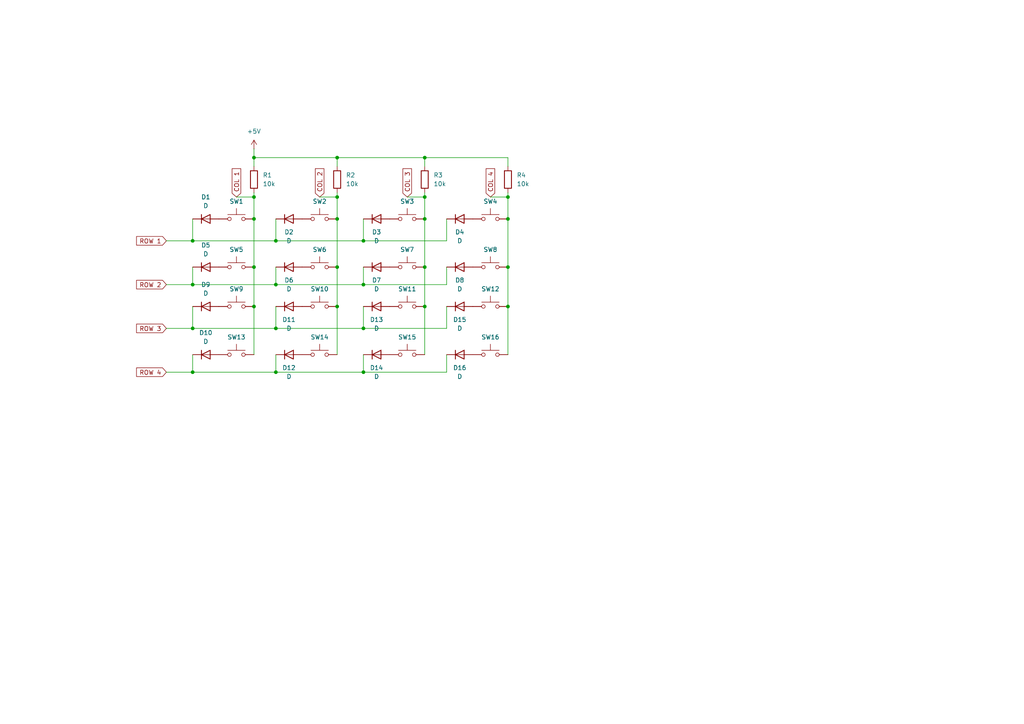
<source format=kicad_sch>
(kicad_sch (version 20231120) (generator "eeschema") (generator_version "8.0")
  (paper "A4")
  (lib_symbols
    (symbol "Device:D" (pin_numbers hide) (pin_names (offset 1.016) hide)
      (property "Reference" "D" (at 0 2.54 0))
      (property "Value" "D" (at 0 -2.54 0))
      (symbol "D_0_1"
        (polyline (pts (xy -1.27 1.27) (xy -1.27 -1.27)) (stroke (width 0.254)))
        (polyline (pts (xy 1.27 0) (xy -1.27 0)))
        (polyline (pts (xy 1.27 1.27) (xy 1.27 -1.27) (xy -1.27 0) (xy 1.27 1.27)) (stroke (width 0.254)))
      )
      (symbol "D_1_1"
        (pin passive line (at -3.81 0 0) (length 2.54) (name "K") (number "1"))
        (pin passive line (at 3.81 0 180) (length 2.54) (name "A") (number "2"))
      )
    )
    (symbol "Device:R" (pin_numbers hide) (pin_names (offset 0))
      (property "Reference" "R" (at 2.032 0 90))
      (property "Value" "R" (at 0 0 90))
      (symbol "R_0_1"
        (rectangle (start -1.016 -2.54) (end 1.016 2.54) (stroke (width 0.254)))
      )
      (symbol "R_1_1"
        (pin passive line (at 0 3.81 270) (length 1.27) (name "~") (number "1"))
        (pin passive line (at 0 -3.81 90) (length 1.27) (name "~") (number "2"))
      )
    )
    (symbol "Switch:SW_Push" (pin_numbers hide) (pin_names (offset 1.016) hide)
      (property "Reference" "SW" (at 1.27 2.54 0))
      (property "Value" "SW_Push" (at 0 -1.524 0))
      (symbol "SW_Push_0_1"
        (circle (center -2.032 0) (radius 0.508))
        (polyline (pts (xy 0 1.27) (xy 0 3.048)))
        (polyline (pts (xy 2.54 1.27) (xy -2.54 1.27)))
        (circle (center 2.032 0) (radius 0.508))
        (pin passive line (at -5.08 0 0) (length 2.54) (name "1") (number "1"))
        (pin passive line (at 5.08 0 180) (length 2.54) (name "2") (number "2"))
      )
    )
    (symbol "power:+5V" (power) (pin_numbers hide) (pin_names (offset 0) hide)
      (property "Value" "+5V" (at 0 3.556 0))
      (symbol "+5V_0_1"
        (polyline (pts (xy -0.762 1.27) (xy 0 2.54)))
        (polyline (pts (xy 0 0) (xy 0 2.54)))
        (polyline (pts (xy 0 2.54) (xy 0.762 1.27)))
      )
      (symbol "+5V_1_1"
        (pin power_in line (at 0 0 90) (length 0) (name "~") (number "1"))
      )
    )
  )
  (junction (at 97.79 77.47))
  (junction (at 80.01 95.25))
  (junction (at 105.41 69.85))
  (junction (at 147.32 63.5))
  (junction (at 123.19 63.5))
  (junction (at 147.32 57.15))
  (junction (at 123.19 45.72))
  (junction (at 73.66 77.47))
  (junction (at 105.41 82.55))
  (junction (at 73.66 45.72))
  (junction (at 97.79 63.5))
  (junction (at 80.01 82.55))
  (junction (at 55.88 69.85))
  (junction (at 147.32 88.9))
  (junction (at 105.41 95.25))
  (junction (at 80.01 69.85))
  (junction (at 123.19 88.9))
  (junction (at 123.19 77.47))
  (junction (at 73.66 57.15))
  (junction (at 147.32 77.47))
  (junction (at 97.79 88.9))
  (junction (at 97.79 45.72))
  (junction (at 55.88 82.55))
  (junction (at 55.88 107.95))
  (junction (at 97.79 57.15))
  (junction (at 80.01 107.95))
  (junction (at 123.19 57.15))
  (junction (at 73.66 88.9))
  (junction (at 73.66 63.5))
  (junction (at 55.88 95.25))
  (junction (at 105.41 107.95))
  (wire (pts (xy 73.66 63.5) (xy 73.66 77.47)))
  (wire (pts (xy 147.32 77.47) (xy 147.32 88.9)))
  (wire (pts (xy 55.88 102.87) (xy 55.88 107.95)))
  (wire (pts (xy 73.66 88.9) (xy 73.66 102.87)))
  (wire (pts (xy 129.54 88.9) (xy 129.54 95.25)))
  (wire (pts (xy 147.32 55.88) (xy 147.32 57.15)))
  (wire (pts (xy 105.41 69.85) (xy 129.54 69.85)))
  (wire (pts (xy 123.19 63.5) (xy 123.19 77.47)))
  (wire (pts (xy 123.19 57.15) (xy 123.19 63.5)))
  (wire (pts (xy 105.41 107.95) (xy 129.54 107.95)))
  (wire (pts (xy 80.01 63.5) (xy 80.01 69.85)))
  (wire (pts (xy 97.79 55.88) (xy 97.79 57.15)))
  (wire (pts (xy 55.88 82.55) (xy 80.01 82.55)))
  (wire (pts (xy 68.58 57.15) (xy 73.66 57.15)))
  (wire (pts (xy 48.26 107.95) (xy 55.88 107.95)))
  (wire (pts (xy 123.19 57.15) (xy 118.11 57.15)))
  (wire (pts (xy 105.41 82.55) (xy 129.54 82.55)))
  (wire (pts (xy 80.01 88.9) (xy 80.01 95.25)))
  (wire (pts (xy 73.66 77.47) (xy 73.66 88.9)))
  (wire (pts (xy 129.54 82.55) (xy 129.54 77.47)))
  (wire (pts (xy 147.32 57.15) (xy 142.24 57.15)))
  (wire (pts (xy 55.88 77.47) (xy 55.88 82.55)))
  (wire (pts (xy 80.01 107.95) (xy 105.41 107.95)))
  (wire (pts (xy 123.19 45.72) (xy 123.19 48.26)))
  (wire (pts (xy 73.66 45.72) (xy 73.66 48.26)))
  (wire (pts (xy 80.01 77.47) (xy 80.01 82.55)))
  (wire (pts (xy 97.79 57.15) (xy 97.79 63.5)))
  (wire (pts (xy 55.88 95.25) (xy 80.01 95.25)))
  (wire (pts (xy 123.19 55.88) (xy 123.19 57.15)))
  (wire (pts (xy 105.41 77.47) (xy 105.41 82.55)))
  (wire (pts (xy 97.79 45.72) (xy 97.79 48.26)))
  (wire (pts (xy 105.41 95.25) (xy 129.54 95.25)))
  (wire (pts (xy 97.79 63.5) (xy 97.79 77.47)))
  (wire (pts (xy 97.79 45.72) (xy 123.19 45.72)))
  (wire (pts (xy 123.19 88.9) (xy 123.19 102.87)))
  (wire (pts (xy 55.88 63.5) (xy 55.88 69.85)))
  (wire (pts (xy 123.19 45.72) (xy 147.32 45.72)))
  (wire (pts (xy 129.54 107.95) (xy 129.54 102.87)))
  (wire (pts (xy 123.19 77.47) (xy 123.19 88.9)))
  (wire (pts (xy 105.41 63.5) (xy 105.41 69.85)))
  (wire (pts (xy 147.32 63.5) (xy 147.32 77.47)))
  (wire (pts (xy 73.66 57.15) (xy 73.66 63.5)))
  (wire (pts (xy 92.71 57.15) (xy 97.79 57.15)))
  (wire (pts (xy 48.26 69.85) (xy 55.88 69.85)))
  (wire (pts (xy 73.66 55.88) (xy 73.66 57.15)))
  (wire (pts (xy 80.01 95.25) (xy 105.41 95.25)))
  (wire (pts (xy 48.26 82.55) (xy 55.88 82.55)))
  (wire (pts (xy 105.41 88.9) (xy 105.41 95.25)))
  (wire (pts (xy 80.01 69.85) (xy 105.41 69.85)))
  (wire (pts (xy 80.01 102.87) (xy 80.01 107.95)))
  (wire (pts (xy 97.79 88.9) (xy 97.79 102.87)))
  (wire (pts (xy 105.41 102.87) (xy 105.41 107.95)))
  (wire (pts (xy 129.54 63.5) (xy 129.54 69.85)))
  (wire (pts (xy 147.32 88.9) (xy 147.32 102.87)))
  (wire (pts (xy 73.66 45.72) (xy 97.79 45.72)))
  (wire (pts (xy 55.88 69.85) (xy 80.01 69.85)))
  (wire (pts (xy 147.32 45.72) (xy 147.32 48.26)))
  (wire (pts (xy 80.01 82.55) (xy 105.41 82.55)))
  (wire (pts (xy 147.32 57.15) (xy 147.32 63.5)))
  (wire (pts (xy 73.66 43.18) (xy 73.66 45.72)))
  (wire (pts (xy 48.26 95.25) (xy 55.88 95.25)))
  (wire (pts (xy 97.79 77.47) (xy 97.79 88.9)))
  (wire (pts (xy 55.88 88.9) (xy 55.88 95.25)))
  (wire (pts (xy 55.88 107.95) (xy 80.01 107.95)))
  (global_label "COL 4" (shape input) (at 142.24 57.15 90) (property "Intersheetrefs" "${INTERSHEET_REFS}" (effects (hide yes))))
  (global_label "ROW 1" (shape input) (at 48.26 69.85 180) (property "Intersheetrefs" "${INTERSHEET_REFS}" (effects (hide yes))))
  (global_label "COL 2" (shape input) (at 92.71 57.15 90) (property "Intersheetrefs" "${INTERSHEET_REFS}" (effects (hide yes))))
  (global_label "ROW 2" (shape input) (at 48.26 82.55 180) (property "Intersheetrefs" "${INTERSHEET_REFS}" (effects (hide yes))))
  (global_label "ROW 4" (shape input) (at 48.26 107.95 180) (property "Intersheetrefs" "${INTERSHEET_REFS}" (effects (hide yes))))
  (global_label "COL 1" (shape input) (at 68.58 57.15 90) (property "Intersheetrefs" "${INTERSHEET_REFS}" (effects (hide yes))))
  (global_label "ROW 3" (shape input) (at 48.26 95.25 180) (property "Intersheetrefs" "${INTERSHEET_REFS}" (effects (hide yes))))
  (global_label "COL 3" (shape input) (at 118.11 57.15 90) (property "Intersheetrefs" "${INTERSHEET_REFS}" (effects (hide yes))))
  (symbol (lib_id "Switch:SW_Push") (at 142.24 88.9 0) (unit 1)
    (property "Reference" "SW12" (at 142.24 83.82 0))
    (property "Value" "SW_Push" (effects (hide yes)))
    (property "Footprint" "PCM_Switch_Keyboard_Cherry_MX:SW_Cherry_MX_PCB_1.00u" (effects (hide yes)))
    (property "Description" "Push button switch, generic, two pins" (effects (hide yes)))
  )
  (symbol (lib_id "Switch:SW_Push") (at 142.24 102.87 0) (unit 1)
    (property "Reference" "SW16" (at 142.24 97.79 0))
    (property "Value" "SW_Push" (effects (hide yes)))
    (property "Footprint" "PCM_Switch_Keyboard_Cherry_MX:SW_Cherry_MX_PCB_1.00u" (effects (hide yes)))
    (property "Description" "Push button switch, generic, two pins" (effects (hide yes)))
  )
  (symbol (lib_id "Device:D") (at 109.22 88.9 0) (unit 1)
    (property "Reference" "D13" (at 109.22 92.71 0))
    (property "Value" "D" (at 109.22 95.25 0))
    (property "Footprint" "Diode_SMD:D_0603_1608Metric_Pad1.05x0.95mm_HandSolder" (effects (hide yes)))
    (property "Description" "Diode" (effects (hide yes)))
    (property "Sim.Device" "D" (effects (hide yes)))
    (property "Sim.Pins" "1=K 2=A" (effects (hide yes)))
  )
  (symbol (lib_id "Switch:SW_Push") (at 68.58 63.5 0) (unit 1)
    (property "Reference" "SW1" (at 68.58 58.42 0))
    (property "Value" "SW_Push" (effects (hide yes)))
    (property "Footprint" "PCM_Switch_Keyboard_Cherry_MX:SW_Cherry_MX_PCB_1.00u" (effects (hide yes)))
    (property "Description" "Push button switch, generic, two pins" (effects (hide yes)))
  )
  (symbol (lib_id "Switch:SW_Push") (at 118.11 88.9 0) (unit 1)
    (property "Reference" "SW11" (at 118.11 83.82 0))
    (property "Value" "SW_Push" (effects (hide yes)))
    (property "Footprint" "PCM_Switch_Keyboard_Cherry_MX:SW_Cherry_MX_PCB_1.00u" (effects (hide yes)))
    (property "Description" "Push button switch, generic, two pins" (effects (hide yes)))
  )
  (symbol (lib_id "Switch:SW_Push") (at 92.71 63.5 0) (unit 1)
    (property "Reference" "SW2" (at 92.71 58.42 0))
    (property "Value" "SW_Push" (effects (hide yes)))
    (property "Footprint" "PCM_Switch_Keyboard_Cherry_MX:SW_Cherry_MX_PCB_1.00u" (effects (hide yes)))
    (property "Description" "Push button switch, generic, two pins" (effects (hide yes)))
  )
  (symbol (lib_id "Switch:SW_Push") (at 68.58 102.87 0) (unit 1)
    (property "Reference" "SW13" (at 68.58 97.79 0))
    (property "Value" "SW_Push" (effects (hide yes)))
    (property "Footprint" "PCM_Switch_Keyboard_Cherry_MX:SW_Cherry_MX_PCB_1.00u" (effects (hide yes)))
    (property "Description" "Push button switch, generic, two pins" (effects (hide yes)))
  )
  (symbol (lib_id "power:+5V") (at 73.66 43.18 0) (unit 1)
    (property "Reference" "#PWR01" (effects (hide yes)))
    (property "Value" "+5V" (at 73.66 38.1 0))
    (property "Description" "Power symbol creates a global label with name \"+5V\"" (effects (hide yes)))
  )
  (symbol (lib_id "Device:R") (at 97.79 52.07 0) (unit 1)
    (property "Reference" "R2" (at 100.33 50.7999 0) (effects (justify left)))
    (property "Value" "10k" (at 100.33 53.3399 0) (effects (justify left)))
    (property "Footprint" "Resistor_SMD:R_0603_1608Metric" (effects (hide yes)))
    (property "Description" "Resistor" (effects (hide yes)))
  )
  (symbol (lib_id "Device:D") (at 133.35 88.9 0) (unit 1)
    (property "Reference" "D15" (at 133.35 92.71 0))
    (property "Value" "D" (at 133.35 95.25 0))
    (property "Footprint" "Diode_SMD:D_0603_1608Metric_Pad1.05x0.95mm_HandSolder" (effects (hide yes)))
    (property "Description" "Diode" (effects (hide yes)))
    (property "Sim.Device" "D" (effects (hide yes)))
    (property "Sim.Pins" "1=K 2=A" (effects (hide yes)))
  )
  (symbol (lib_id "Device:R") (at 147.32 52.07 0) (unit 1)
    (property "Reference" "R4" (at 149.86 50.7999 0) (effects (justify left)))
    (property "Value" "10k" (at 149.86 53.3399 0) (effects (justify left)))
    (property "Footprint" "Resistor_SMD:R_0603_1608Metric" (effects (hide yes)))
    (property "Description" "Resistor" (effects (hide yes)))
  )
  (symbol (lib_id "Device:D") (at 133.35 63.5 0) (unit 1)
    (property "Reference" "D4" (at 133.35 67.31 0))
    (property "Value" "D" (at 133.35 69.85 0))
    (property "Footprint" "Diode_SMD:D_0603_1608Metric_Pad1.05x0.95mm_HandSolder" (effects (hide yes)))
    (property "Description" "Diode" (effects (hide yes)))
    (property "Sim.Device" "D" (effects (hide yes)))
    (property "Sim.Pins" "1=K 2=A" (effects (hide yes)))
  )
  (symbol (lib_id "Device:D") (at 109.22 102.87 0) (unit 1)
    (property "Reference" "D14" (at 109.22 106.68 0))
    (property "Value" "D" (at 109.22 109.22 0))
    (property "Footprint" "Diode_SMD:D_0603_1608Metric_Pad1.05x0.95mm_HandSolder" (effects (hide yes)))
    (property "Description" "Diode" (effects (hide yes)))
    (property "Sim.Device" "D" (effects (hide yes)))
    (property "Sim.Pins" "1=K 2=A" (effects (hide yes)))
  )
  (symbol (lib_id "Device:D") (at 109.22 63.5 0) (unit 1)
    (property "Reference" "D3" (at 109.22 67.31 0))
    (property "Value" "D" (at 109.22 69.85 0))
    (property "Footprint" "Diode_SMD:D_0603_1608Metric_Pad1.05x0.95mm_HandSolder" (effects (hide yes)))
    (property "Description" "Diode" (effects (hide yes)))
    (property "Sim.Device" "D" (effects (hide yes)))
    (property "Sim.Pins" "1=K 2=A" (effects (hide yes)))
  )
  (symbol (lib_id "Switch:SW_Push") (at 68.58 88.9 0) (unit 1)
    (property "Reference" "SW9" (at 68.58 83.82 0))
    (property "Value" "SW_Push" (effects (hide yes)))
    (property "Footprint" "PCM_Switch_Keyboard_Cherry_MX:SW_Cherry_MX_PCB_1.00u" (effects (hide yes)))
    (property "Description" "Push button switch, generic, two pins" (effects (hide yes)))
  )
  (symbol (lib_id "Device:D") (at 59.69 63.5 0) (mirror x) (unit 1)
    (property "Reference" "D1" (at 59.69 57.15 0))
    (property "Value" "D" (at 59.69 59.69 0))
    (property "Footprint" "Diode_SMD:D_0603_1608Metric_Pad1.05x0.95mm_HandSolder" (effects (hide yes)))
    (property "Description" "Diode" (effects (hide yes)))
    (property "Sim.Device" "D" (effects (hide yes)))
    (property "Sim.Pins" "1=K 2=A" (effects (hide yes)))
  )
  (symbol (lib_id "Device:D") (at 83.82 63.5 0) (unit 1)
    (property "Reference" "D2" (at 83.82 67.31 0))
    (property "Value" "D" (at 83.82 69.85 0))
    (property "Footprint" "Diode_SMD:D_0603_1608Metric_Pad1.05x0.95mm_HandSolder" (effects (hide yes)))
    (property "Description" "Diode" (effects (hide yes)))
    (property "Sim.Device" "D" (effects (hide yes)))
    (property "Sim.Pins" "1=K 2=A" (effects (hide yes)))
  )
  (symbol (lib_id "Device:D") (at 59.69 88.9 0) (mirror x) (unit 1)
    (property "Reference" "D9" (at 59.69 82.55 0))
    (property "Value" "D" (at 59.69 85.09 0))
    (property "Footprint" "Diode_SMD:D_0603_1608Metric_Pad1.05x0.95mm_HandSolder" (effects (hide yes)))
    (property "Description" "Diode" (effects (hide yes)))
    (property "Sim.Device" "D" (effects (hide yes)))
    (property "Sim.Pins" "1=K 2=A" (effects (hide yes)))
  )
  (symbol (lib_id "Switch:SW_Push") (at 92.71 77.47 0) (unit 1)
    (property "Reference" "SW6" (at 92.71 72.39 0))
    (property "Value" "SW_Push" (effects (hide yes)))
    (property "Footprint" "PCM_Switch_Keyboard_Cherry_MX:SW_Cherry_MX_PCB_1.00u" (effects (hide yes)))
    (property "Description" "Push button switch, generic, two pins" (effects (hide yes)))
  )
  (symbol (lib_id "Switch:SW_Push") (at 68.58 77.47 0) (unit 1)
    (property "Reference" "SW5" (at 68.58 72.39 0))
    (property "Value" "SW_Push" (effects (hide yes)))
    (property "Footprint" "PCM_Switch_Keyboard_Cherry_MX:SW_Cherry_MX_PCB_1.00u" (effects (hide yes)))
    (property "Description" "Push button switch, generic, two pins" (effects (hide yes)))
  )
  (symbol (lib_id "Switch:SW_Push") (at 118.11 102.87 0) (unit 1)
    (property "Reference" "SW15" (at 118.11 97.79 0))
    (property "Value" "SW_Push" (effects (hide yes)))
    (property "Footprint" "PCM_Switch_Keyboard_Cherry_MX:SW_Cherry_MX_PCB_1.00u" (effects (hide yes)))
    (property "Description" "Push button switch, generic, two pins" (effects (hide yes)))
  )
  (symbol (lib_id "Switch:SW_Push") (at 118.11 77.47 0) (unit 1)
    (property "Reference" "SW7" (at 118.11 72.39 0))
    (property "Value" "SW_Push" (effects (hide yes)))
    (property "Footprint" "PCM_Switch_Keyboard_Cherry_MX:SW_Cherry_MX_PCB_1.00u" (effects (hide yes)))
    (property "Description" "Push button switch, generic, two pins" (effects (hide yes)))
  )
  (symbol (lib_id "Switch:SW_Push") (at 142.24 77.47 0) (unit 1)
    (property "Reference" "SW8" (at 142.24 72.39 0))
    (property "Value" "SW_Push" (effects (hide yes)))
    (property "Footprint" "PCM_Switch_Keyboard_Cherry_MX:SW_Cherry_MX_PCB_1.00u" (effects (hide yes)))
    (property "Description" "Push button switch, generic, two pins" (effects (hide yes)))
  )
  (symbol (lib_id "Device:D") (at 59.69 102.87 0) (mirror x) (unit 1)
    (property "Reference" "D10" (at 59.69 96.52 0))
    (property "Value" "D" (at 59.69 99.06 0))
    (property "Footprint" "Diode_SMD:D_0603_1608Metric_Pad1.05x0.95mm_HandSolder" (effects (hide yes)))
    (property "Description" "Diode" (effects (hide yes)))
    (property "Sim.Device" "D" (effects (hide yes)))
    (property "Sim.Pins" "1=K 2=A" (effects (hide yes)))
  )
  (symbol (lib_id "Device:D") (at 59.69 77.47 0) (mirror x) (unit 1)
    (property "Reference" "D5" (at 59.69 71.12 0))
    (property "Value" "D" (at 59.69 73.66 0))
    (property "Footprint" "Diode_SMD:D_0603_1608Metric_Pad1.05x0.95mm_HandSolder" (effects (hide yes)))
    (property "Description" "Diode" (effects (hide yes)))
    (property "Sim.Device" "D" (effects (hide yes)))
    (property "Sim.Pins" "1=K 2=A" (effects (hide yes)))
  )
  (symbol (lib_id "Device:D") (at 109.22 77.47 0) (unit 1)
    (property "Reference" "D7" (at 109.22 81.28 0))
    (property "Value" "D" (at 109.22 83.82 0))
    (property "Footprint" "Diode_SMD:D_0603_1608Metric_Pad1.05x0.95mm_HandSolder" (effects (hide yes)))
    (property "Description" "Diode" (effects (hide yes)))
    (property "Sim.Device" "D" (effects (hide yes)))
    (property "Sim.Pins" "1=K 2=A" (effects (hide yes)))
  )
  (symbol (lib_id "Switch:SW_Push") (at 142.24 63.5 0) (unit 1)
    (property "Reference" "SW4" (at 142.24 58.42 0))
    (property "Value" "SW_Push" (effects (hide yes)))
    (property "Footprint" "PCM_Switch_Keyboard_Cherry_MX:SW_Cherry_MX_PCB_1.00u" (effects (hide yes)))
    (property "Description" "Push button switch, generic, two pins" (effects (hide yes)))
  )
  (symbol (lib_id "Device:D") (at 83.82 77.47 0) (unit 1)
    (property "Reference" "D6" (at 83.82 81.28 0))
    (property "Value" "D" (at 83.82 83.82 0))
    (property "Footprint" "Diode_SMD:D_0603_1608Metric_Pad1.05x0.95mm_HandSolder" (effects (hide yes)))
    (property "Description" "Diode" (effects (hide yes)))
    (property "Sim.Device" "D" (effects (hide yes)))
    (property "Sim.Pins" "1=K 2=A" (effects (hide yes)))
  )
  (symbol (lib_id "Switch:SW_Push") (at 92.71 88.9 0) (unit 1)
    (property "Reference" "SW10" (at 92.71 83.82 0))
    (property "Value" "SW_Push" (effects (hide yes)))
    (property "Footprint" "PCM_Switch_Keyboard_Cherry_MX:SW_Cherry_MX_PCB_1.00u" (effects (hide yes)))
    (property "Description" "Push button switch, generic, two pins" (effects (hide yes)))
  )
  (symbol (lib_id "Device:R") (at 123.19 52.07 0) (unit 1)
    (property "Reference" "R3" (at 125.73 50.7999 0) (effects (justify left)))
    (property "Value" "10k" (at 125.73 53.3399 0) (effects (justify left)))
    (property "Footprint" "Resistor_SMD:R_0603_1608Metric" (effects (hide yes)))
    (property "Description" "Resistor" (effects (hide yes)))
  )
  (symbol (lib_id "Device:D") (at 133.35 102.87 0) (unit 1)
    (property "Reference" "D16" (at 133.35 106.68 0))
    (property "Value" "D" (at 133.35 109.22 0))
    (property "Footprint" "Diode_SMD:D_0603_1608Metric_Pad1.05x0.95mm_HandSolder" (effects (hide yes)))
    (property "Description" "Diode" (effects (hide yes)))
    (property "Sim.Device" "D" (effects (hide yes)))
    (property "Sim.Pins" "1=K 2=A" (effects (hide yes)))
  )
  (symbol (lib_id "Switch:SW_Push") (at 118.11 63.5 0) (unit 1)
    (property "Reference" "SW3" (at 118.11 58.42 0))
    (property "Value" "SW_Push" (effects (hide yes)))
    (property "Footprint" "PCM_Switch_Keyboard_Cherry_MX:SW_Cherry_MX_PCB_1.00u" (effects (hide yes)))
    (property "Description" "Push button switch, generic, two pins" (effects (hide yes)))
  )
  (symbol (lib_id "Device:D") (at 83.82 102.87 0) (unit 1)
    (property "Reference" "D12" (at 83.82 106.68 0))
    (property "Value" "D" (at 83.82 109.22 0))
    (property "Footprint" "Diode_SMD:D_0603_1608Metric_Pad1.05x0.95mm_HandSolder" (effects (hide yes)))
    (property "Description" "Diode" (effects (hide yes)))
    (property "Sim.Device" "D" (effects (hide yes)))
    (property "Sim.Pins" "1=K 2=A" (effects (hide yes)))
  )
  (symbol (lib_id "Device:D") (at 83.82 88.9 0) (unit 1)
    (property "Reference" "D11" (at 83.82 92.71 0))
    (property "Value" "D" (at 83.82 95.25 0))
    (property "Footprint" "Diode_SMD:D_0603_1608Metric_Pad1.05x0.95mm_HandSolder" (effects (hide yes)))
    (property "Description" "Diode" (effects (hide yes)))
    (property "Sim.Device" "D" (effects (hide yes)))
    (property "Sim.Pins" "1=K 2=A" (effects (hide yes)))
  )
  (symbol (lib_id "Switch:SW_Push") (at 92.71 102.87 0) (unit 1)
    (property "Reference" "SW14" (at 92.71 97.79 0))
    (property "Value" "SW_Push" (effects (hide yes)))
    (property "Footprint" "PCM_Switch_Keyboard_Cherry_MX:SW_Cherry_MX_PCB_1.00u" (effects (hide yes)))
    (property "Description" "Push button switch, generic, two pins" (effects (hide yes)))
  )
  (symbol (lib_id "Device:R") (at 73.66 52.07 0) (unit 1)
    (property "Reference" "R1" (at 76.2 50.7999 0) (effects (justify left)))
    (property "Value" "10k" (at 76.2 53.3399 0) (effects (justify left)))
    (property "Footprint" "Resistor_SMD:R_0603_1608Metric" (effects (hide yes)))
    (property "Description" "Resistor" (effects (hide yes)))
  )
  (symbol (lib_id "Device:D") (at 133.35 77.47 0) (unit 1)
    (property "Reference" "D8" (at 133.35 81.28 0))
    (property "Value" "D" (at 133.35 83.82 0))
    (property "Footprint" "Diode_SMD:D_0603_1608Metric_Pad1.05x0.95mm_HandSolder" (effects (hide yes)))
    (property "Description" "Diode" (effects (hide yes)))
    (property "Sim.Device" "D" (effects (hide yes)))
    (property "Sim.Pins" "1=K 2=A" (effects (hide yes)))
  )
)
</source>
